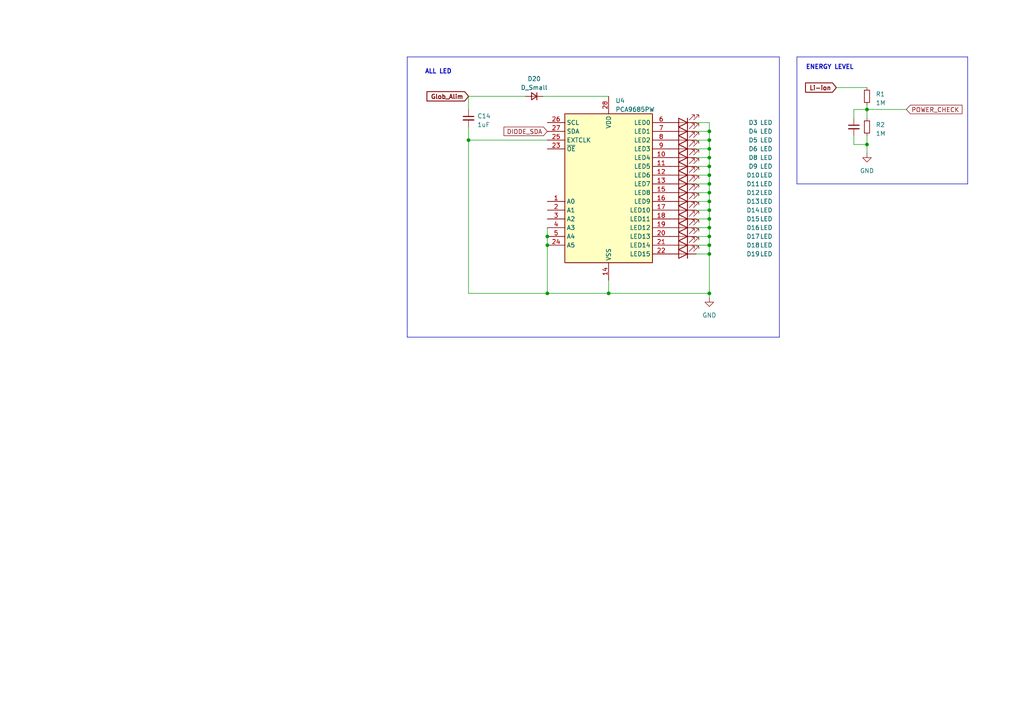
<source format=kicad_sch>
(kicad_sch (version 20230121) (generator eeschema)
  (paper "A4")
  (lib_symbols
    (symbol "Device:C_Small" (pin_numbers hide) (pin_names (offset 0.254) hide)
      (property "Reference" "C" (at 0.254 1.778 0))
      (property "Value" "C_Small" (at 0.254 -2.032 0))
      (symbol "C_Small_0_1"
        (polyline (pts (xy -1.524 -0.508) (xy 1.524 -0.508)) (stroke (width 0.3302)))
        (polyline (pts (xy -1.524 0.508) (xy 1.524 0.508)) (stroke (width 0.3048)))
      )
      (symbol "C_Small_1_1"
        (pin passive line (at 0 2.54 270) (length 2.032) (name "~") (number "1"))
        (pin passive line (at 0 -2.54 90) (length 2.032) (name "~") (number "2"))
      )
    )
    (symbol "Device:D_Small" (pin_numbers hide) (pin_names (offset 0.254) hide)
      (property "Reference" "D" (at -1.27 2.032 0))
      (property "Value" "D_Small" (at -3.81 -2.032 0))
      (symbol "D_Small_0_1"
        (polyline (pts (xy -0.762 -1.016) (xy -0.762 1.016)) (stroke (width 0.254)))
        (polyline (pts (xy -0.762 0) (xy 0.762 0)))
        (polyline (pts (xy 0.762 -1.016) (xy -0.762 0) (xy 0.762 1.016) (xy 0.762 -1.016)) (stroke (width 0.254)))
      )
      (symbol "D_Small_1_1"
        (pin passive line (at -2.54 0 0) (length 1.778) (name "K") (number "1"))
        (pin passive line (at 2.54 0 180) (length 1.778) (name "A") (number "2"))
      )
    )
    (symbol "Device:LED" (pin_numbers hide) (pin_names (offset 1.016) hide)
      (property "Reference" "D" (at 0 2.54 0))
      (property "Value" "LED" (at 0 -2.54 0))
      (symbol "LED_0_1"
        (polyline (pts (xy -1.27 -1.27) (xy -1.27 1.27)) (stroke (width 0.254)))
        (polyline (pts (xy -1.27 0) (xy 1.27 0)))
        (polyline (pts (xy 1.27 -1.27) (xy 1.27 1.27) (xy -1.27 0) (xy 1.27 -1.27)) (stroke (width 0.254)))
        (polyline (pts (xy -3.048 -0.762) (xy -4.572 -2.286) (xy -3.81 -2.286) (xy -4.572 -2.286) (xy -4.572 -1.524)))
        (polyline (pts (xy -1.778 -0.762) (xy -3.302 -2.286) (xy -2.54 -2.286) (xy -3.302 -2.286) (xy -3.302 -1.524)))
      )
      (symbol "LED_1_1"
        (pin passive line (at -3.81 0 0) (length 2.54) (name "K") (number "1"))
        (pin passive line (at 3.81 0 180) (length 2.54) (name "A") (number "2"))
      )
    )
    (symbol "Device:R_Small" (pin_numbers hide) (pin_names (offset 0.254) hide)
      (property "Reference" "R" (at 0.762 0.508 0))
      (property "Value" "R_Small" (at 0.762 -1.016 0))
      (symbol "R_Small_0_1"
        (rectangle (start -0.762 1.778) (end 0.762 -1.778) (stroke (width 0.2032)))
      )
      (symbol "R_Small_1_1"
        (pin passive line (at 0 2.54 270) (length 0.762) (name "~") (number "1"))
        (pin passive line (at 0 -2.54 90) (length 0.762) (name "~") (number "2"))
      )
    )
    (symbol "Driver_LED:PCA9685PW"
      (property "Reference" "U" (at -12.7 22.225 0))
      (property "Value" "PCA9685PW" (at 1.27 22.225 0))
      (symbol "PCA9685PW_0_1"
        (rectangle (start -12.7 20.32) (end 12.7 -22.86) (stroke (width 0.254)) (fill (type background)))
      )
      (symbol "PCA9685PW_1_1"
        (pin input line (at -17.78 -5.08 0) (length 5.08) (name "A0") (number "1"))
        (pin output line (at 17.78 7.62 180) (length 5.08) (name "LED4") (number "10"))
        (pin output line (at 17.78 5.08 180) (length 5.08) (name "LED5") (number "11"))
        (pin output line (at 17.78 2.54 180) (length 5.08) (name "LED6") (number "12"))
        (pin output line (at 17.78 0 180) (length 5.08) (name "LED7") (number "13"))
        (pin power_in line (at 0 -27.94 90) (length 5.08) (name "VSS") (number "14"))
        (pin output line (at 17.78 -2.54 180) (length 5.08) (name "LED8") (number "15"))
        (pin output line (at 17.78 -5.08 180) (length 5.08) (name "LED9") (number "16"))
        (pin output line (at 17.78 -7.62 180) (length 5.08) (name "LED10") (number "17"))
        (pin output line (at 17.78 -10.16 180) (length 5.08) (name "LED11") (number "18"))
        (pin output line (at 17.78 -12.7 180) (length 5.08) (name "LED12") (number "19"))
        (pin input line (at -17.78 -7.62 0) (length 5.08) (name "A1") (number "2"))
        (pin output line (at 17.78 -15.24 180) (length 5.08) (name "LED13") (number "20"))
        (pin output line (at 17.78 -17.78 180) (length 5.08) (name "LED14") (number "21"))
        (pin output line (at 17.78 -20.32 180) (length 5.08) (name "LED15") (number "22"))
        (pin input line (at -17.78 10.16 0) (length 5.08) (name "~{OE}") (number "23"))
        (pin input line (at -17.78 -17.78 0) (length 5.08) (name "A5") (number "24"))
        (pin input line (at -17.78 12.7 0) (length 5.08) (name "EXTCLK") (number "25"))
        (pin input line (at -17.78 17.78 0) (length 5.08) (name "SCL") (number "26"))
        (pin bidirectional line (at -17.78 15.24 0) (length 5.08) (name "SDA") (number "27"))
        (pin power_in line (at 0 25.4 270) (length 5.08) (name "VDD") (number "28"))
        (pin input line (at -17.78 -10.16 0) (length 5.08) (name "A2") (number "3"))
        (pin input line (at -17.78 -12.7 0) (length 5.08) (name "A3") (number "4"))
        (pin input line (at -17.78 -15.24 0) (length 5.08) (name "A4") (number "5"))
        (pin output line (at 17.78 17.78 180) (length 5.08) (name "LED0") (number "6"))
        (pin output line (at 17.78 15.24 180) (length 5.08) (name "LED1") (number "7"))
        (pin output line (at 17.78 12.7 180) (length 5.08) (name "LED2") (number "8"))
        (pin output line (at 17.78 10.16 180) (length 5.08) (name "LED3") (number "9"))
      )
    )
    (symbol "power:GND" (power) (pin_names (offset 0))
      (property "Value" "GND" (at 0 -3.81 0))
      (symbol "GND_0_1"
        (polyline (pts (xy 0 0) (xy 0 -1.27) (xy 1.27 -1.27) (xy 0 -2.54) (xy -1.27 -1.27) (xy 0 -1.27)))
      )
      (symbol "GND_1_1"
        (pin power_in line (at 0 0 270) (length 0) hide (name "GND") (number "1"))
      )
    )
  )
  (junction (at 205.74 45.72))
  (junction (at 205.74 40.64))
  (junction (at 205.74 71.12))
  (junction (at 205.74 55.88))
  (junction (at 205.74 63.5))
  (junction (at 205.74 48.26))
  (junction (at 205.74 43.18))
  (junction (at 176.53 85.09))
  (junction (at 158.75 71.12))
  (junction (at 135.89 40.64))
  (junction (at 158.75 85.09))
  (junction (at 251.46 31.75))
  (junction (at 205.74 66.04))
  (junction (at 205.74 73.66))
  (junction (at 205.74 85.09))
  (junction (at 205.74 58.42))
  (junction (at 205.74 68.58))
  (junction (at 205.74 60.96))
  (junction (at 205.74 53.34))
  (junction (at 158.75 68.58))
  (junction (at 205.74 50.8))
  (junction (at 251.46 41.91))
  (junction (at 205.74 38.1))
  (wire (pts (xy 205.74 48.26) (xy 205.74 45.72)))
  (wire (pts (xy 251.46 30.48) (xy 251.46 31.75)))
  (wire (pts (xy 201.93 63.5) (xy 205.74 63.5)))
  (wire (pts (xy 205.74 40.64) (xy 205.74 38.1)))
  (wire (pts (xy 135.89 27.94) (xy 135.89 31.75)))
  (wire (pts (xy 135.89 36.83) (xy 135.89 40.64)))
  (wire (pts (xy 205.74 38.1) (xy 205.74 35.56)))
  (wire (pts (xy 201.93 48.26) (xy 205.74 48.26)))
  (wire (pts (xy 201.93 53.34) (xy 205.74 53.34)))
  (wire (pts (xy 201.93 43.18) (xy 205.74 43.18)))
  (polyline (pts (xy 226.06 16.51) (xy 226.06 97.79)))
  (wire (pts (xy 158.75 85.09) (xy 176.53 85.09)))
  (wire (pts (xy 242.57 25.4) (xy 251.46 25.4)))
  (wire (pts (xy 205.74 50.8) (xy 205.74 48.26)))
  (wire (pts (xy 247.65 41.91) (xy 251.46 41.91)))
  (wire (pts (xy 205.74 43.18) (xy 205.74 40.64)))
  (wire (pts (xy 201.93 68.58) (xy 205.74 68.58)))
  (wire (pts (xy 251.46 34.29) (xy 251.46 31.75)))
  (wire (pts (xy 201.93 60.96) (xy 205.74 60.96)))
  (wire (pts (xy 158.75 71.12) (xy 158.75 85.09)))
  (wire (pts (xy 205.74 66.04) (xy 205.74 63.5)))
  (wire (pts (xy 158.75 40.64) (xy 135.89 40.64)))
  (wire (pts (xy 201.93 40.64) (xy 205.74 40.64)))
  (wire (pts (xy 201.93 73.66) (xy 205.74 73.66)))
  (wire (pts (xy 176.53 85.09) (xy 205.74 85.09)))
  (wire (pts (xy 201.93 45.72) (xy 205.74 45.72)))
  (wire (pts (xy 201.93 50.8) (xy 205.74 50.8)))
  (wire (pts (xy 205.74 71.12) (xy 205.74 68.58)))
  (wire (pts (xy 205.74 55.88) (xy 205.74 53.34)))
  (polyline (pts (xy 231.14 16.51) (xy 280.67 16.51)))
  (wire (pts (xy 251.46 31.75) (xy 262.89 31.75)))
  (wire (pts (xy 247.65 34.29) (xy 247.65 31.75)))
  (wire (pts (xy 205.74 85.09) (xy 205.74 73.66)))
  (wire (pts (xy 205.74 60.96) (xy 205.74 58.42)))
  (wire (pts (xy 205.74 35.56) (xy 201.93 35.56)))
  (wire (pts (xy 247.65 31.75) (xy 251.46 31.75)))
  (wire (pts (xy 205.74 58.42) (xy 205.74 55.88)))
  (wire (pts (xy 205.74 63.5) (xy 205.74 60.96)))
  (wire (pts (xy 247.65 39.37) (xy 247.65 41.91)))
  (polyline (pts (xy 231.14 16.51) (xy 231.14 53.34)))
  (wire (pts (xy 158.75 68.58) (xy 158.75 71.12)))
  (wire (pts (xy 205.74 86.36) (xy 205.74 85.09)))
  (polyline (pts (xy 231.14 53.34) (xy 280.67 53.34)))
  (wire (pts (xy 201.93 66.04) (xy 205.74 66.04)))
  (wire (pts (xy 201.93 71.12) (xy 205.74 71.12)))
  (wire (pts (xy 152.4 27.94) (xy 135.89 27.94)))
  (polyline (pts (xy 226.06 97.79) (xy 118.11 97.79)))
  (wire (pts (xy 251.46 39.37) (xy 251.46 41.91)))
  (wire (pts (xy 201.93 58.42) (xy 205.74 58.42)))
  (wire (pts (xy 205.74 53.34) (xy 205.74 50.8)))
  (wire (pts (xy 201.93 38.1) (xy 205.74 38.1)))
  (wire (pts (xy 251.46 44.45) (xy 251.46 41.91)))
  (wire (pts (xy 176.53 81.28) (xy 176.53 85.09)))
  (wire (pts (xy 201.93 55.88) (xy 205.74 55.88)))
  (wire (pts (xy 135.89 85.09) (xy 158.75 85.09)))
  (wire (pts (xy 158.75 66.04) (xy 158.75 68.58)))
  (wire (pts (xy 205.74 45.72) (xy 205.74 43.18)))
  (polyline (pts (xy 118.11 16.51) (xy 226.06 16.51)))
  (polyline (pts (xy 280.67 53.34) (xy 280.67 16.51)))
  (wire (pts (xy 135.89 40.64) (xy 135.89 85.09)))
  (wire (pts (xy 157.48 27.94) (xy 176.53 27.94)))
  (wire (pts (xy 205.74 68.58) (xy 205.74 66.04)))
  (wire (pts (xy 205.74 73.66) (xy 205.74 71.12)))
  (polyline (pts (xy 118.11 16.51) (xy 118.11 97.79)))
  (text "ALL LED" (at 123.19 21.59 0) (effects (font (size 1.27 1.27) (thickness 0.254) bold) (justify left bottom)))
  (text "ENERGY LEVEL" (at 233.68 20.32 0) (effects (font (size 1.27 1.27) bold) (justify left bottom)))
  (global_label "Li-ion" (shape input) (at 242.57 25.4 180) (effects (font bold)) (property "Intersheetrefs" "${INTERSHEET_REFS}" (effects hide)))
  (global_label "POWER_CHECK" (shape input) (at 262.89 31.75 0) (property "Intersheetrefs" "${INTERSHEET_REFS}" (effects hide)))
  (global_label "DIODE_SDA" (shape input) (at 158.75 38.1 180) (property "Intersheetrefs" "${INTERSHEET_REFS}" (effects hide)))
  (global_label "Glob_Alim" (shape input) (at 135.89 27.94 180) (effects (font bold)) (property "Intersheetrefs" "${INTERSHEET_REFS}" (effects hide)))
  (symbol (lib_id "power:GND") (at 205.74 86.36 0) (unit 1)
    (property "Reference" "#PWR026" (effects hide))
    (property "Value" "GND" (at 205.74 91.44 0))
  )
  (symbol (lib_id "Device:LED") (at 198.12 53.34 180) (unit 1)
    (property "Reference" "D11" (at 218.44 53.34 0))
    (property "Value" "LED" (at 222.25 53.34 0))
    (property "Footprint" "Display:HDSP-4832" (effects hide))
  )
  (symbol (lib_id "Device:C_Small") (at 135.89 34.29 0) (unit 1)
    (property "Reference" "C14" (at 138.43 33.6613 0) (effects (justify left)))
    (property "Value" "1uF" (at 138.43 36.2013 0) (effects (justify left)))
  )
  (symbol (lib_id "Device:LED") (at 198.12 48.26 180) (unit 1)
    (property "Reference" "D9" (at 218.44 48.26 0))
    (property "Value" "LED" (at 222.25 48.26 0))
    (property "Footprint" "Display:HDSP-4832" (effects hide))
  )
  (symbol (lib_id "Device:R_Small") (at 251.46 36.83 0) (unit 1)
    (property "Reference" "R2" (at 254 36.195 0) (effects (justify left)))
    (property "Value" "1M" (at 254 38.735 0) (effects (justify left)))
  )
  (symbol (lib_id "Device:LED") (at 198.12 73.66 180) (unit 1)
    (property "Reference" "D19" (at 218.44 73.66 0))
    (property "Value" "LED" (at 222.25 73.66 0))
    (property "Footprint" "Display:HDSP-4832" (effects hide))
  )
  (symbol (lib_id "Device:LED") (at 198.12 38.1 180) (unit 1)
    (property "Reference" "D4" (at 218.44 38.1 0))
    (property "Value" "LED" (at 222.25 38.1 0))
    (property "Footprint" "Display:HDSP-4832" (effects hide))
  )
  (symbol (lib_id "Driver_LED:PCA9685PW") (at 176.53 53.34 0) (unit 1)
    (property "Reference" "U4" (at 178.4859 29.21 0) (effects (justify left)))
    (property "Value" "PCA9685PW" (at 178.4859 31.75 0) (effects (justify left)))
    (property "Footprint" "Package_SO:TSSOP-28_4.4x9.7mm_P0.65mm" (effects hide))
    (property "Datasheet" "http://www.nxp.com/documents/data_sheet/PCA9685.pdf" (effects hide))
  )
  (symbol (lib_id "Device:LED") (at 198.12 63.5 180) (unit 1)
    (property "Reference" "D15" (at 218.44 63.5 0))
    (property "Value" "LED" (at 222.25 63.5 0))
    (property "Footprint" "Display:HDSP-4832" (effects hide))
  )
  (symbol (lib_id "Device:LED") (at 198.12 45.72 180) (unit 1)
    (property "Reference" "D8" (at 218.44 45.72 0))
    (property "Value" "LED" (at 222.25 45.72 0))
    (property "Footprint" "Display:HDSP-4832" (effects hide))
  )
  (symbol (lib_id "Device:C_Small") (at 247.65 36.83 0) (unit 1)
    (property "Reference" "C12" (effects hide))
    (property "Value" "1nF" (effects hide))
    (property "Footprint" "Capacitor_SMD:C_0603_1608Metric_Pad1.08x0.95mm_HandSolder" (effects hide))
  )
  (symbol (lib_id "Device:LED") (at 198.12 58.42 180) (unit 1)
    (property "Reference" "D13" (at 218.44 58.42 0))
    (property "Value" "LED" (at 222.25 58.42 0))
    (property "Footprint" "Display:HDSP-4832" (effects hide))
  )
  (symbol (lib_id "Device:LED") (at 198.12 50.8 180) (unit 1)
    (property "Reference" "D10" (at 218.44 50.8 0))
    (property "Value" "LED" (at 222.25 50.8 0))
    (property "Footprint" "Display:HDSP-4832" (effects hide))
  )
  (symbol (lib_id "Device:LED") (at 198.12 40.64 180) (unit 1)
    (property "Reference" "D5" (at 218.44 40.64 0))
    (property "Value" "LED" (at 222.25 40.64 0))
    (property "Footprint" "Display:HDSP-4832" (effects hide))
  )
  (symbol (lib_id "Device:LED") (at 198.12 68.58 180) (unit 1)
    (property "Reference" "D17" (at 218.44 68.58 0))
    (property "Value" "LED" (at 222.25 68.58 0))
    (property "Footprint" "Display:HDSP-4832" (effects hide))
  )
  (symbol (lib_id "Device:LED") (at 198.12 71.12 180) (unit 1)
    (property "Reference" "D18" (at 218.44 71.12 0))
    (property "Value" "LED" (at 222.25 71.12 0))
    (property "Footprint" "Display:HDSP-4832" (effects hide))
  )
  (symbol (lib_id "Device:R_Small") (at 251.46 27.94 0) (unit 1)
    (property "Reference" "R1" (at 254 27.305 0) (effects (justify left)))
    (property "Value" "1M" (at 254 29.845 0) (effects (justify left)))
  )
  (symbol (lib_id "power:GND") (at 251.46 44.45 0) (unit 1)
    (property "Reference" "#PWR014" (effects hide))
    (property "Value" "GND" (at 251.46 49.53 0))
  )
  (symbol (lib_id "Device:LED") (at 198.12 43.18 180) (unit 1)
    (property "Reference" "D6" (at 218.44 43.18 0))
    (property "Value" "LED" (at 222.25 43.18 0))
    (property "Footprint" "Display:HDSP-4832" (effects hide))
  )
  (symbol (lib_id "Device:LED") (at 198.12 35.56 180) (unit 1)
    (property "Reference" "D3" (at 218.44 35.56 0))
    (property "Value" "LED" (at 222.25 35.56 0))
    (property "Footprint" "Display:HDSP-4832" (effects hide))
  )
  (symbol (lib_id "Device:LED") (at 198.12 60.96 180) (unit 1)
    (property "Reference" "D14" (at 218.44 60.96 0))
    (property "Value" "LED" (at 222.25 60.96 0))
    (property "Footprint" "Display:HDSP-4832" (effects hide))
  )
  (symbol (lib_id "Device:LED") (at 198.12 66.04 180) (unit 1)
    (property "Reference" "D16" (at 218.44 66.04 0))
    (property "Value" "LED" (at 222.25 66.04 0))
    (property "Footprint" "Display:HDSP-4832" (effects hide))
  )
  (symbol (lib_id "Device:LED") (at 198.12 55.88 180) (unit 1)
    (property "Reference" "D12" (at 218.44 55.88 0))
    (property "Value" "LED" (at 222.25 55.88 0))
    (property "Footprint" "Display:HDSP-4832" (effects hide))
  )
  (symbol (lib_id "Device:D_Small") (at 154.94 27.94 180) (unit 1)
    (property "Reference" "D20" (at 154.94 22.86 0))
    (property "Value" "D_Small" (at 154.94 25.4 0))
    (property "Sim.Device" "D" (effects hide))
    (property "Sim.Pins" "1=K 2=A" (effects hide))
  )
)
</source>
